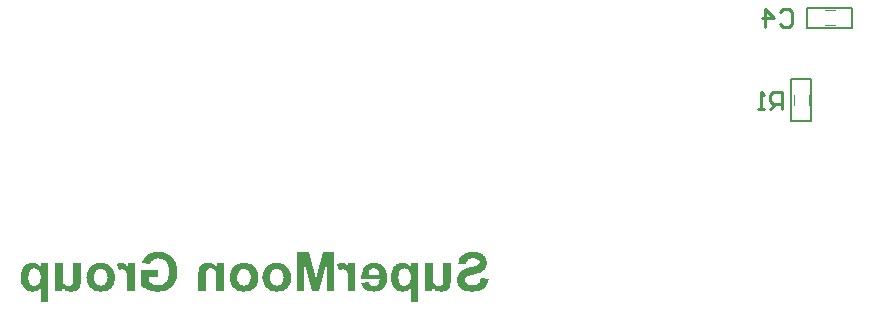
<source format=gbo>
%FSTAX23Y23*%
%MOIN*%
%SFA1B1*%

%IPPOS*%
%ADD12C,0.010000*%
%ADD16C,0.004000*%
%ADD17C,0.005000*%
%LNled_v2-1*%
%LPD*%
G36*
X03753Y026D02*
X03729D01*
Y027*
X03704Y026*
X03679*
X03654Y027*
X03654Y026*
X0363*
Y02728*
X03669*
X03692Y0264*
X03715Y02728*
X03753*
Y026*
G37*
G36*
X03174Y0273D02*
X03179Y02729D01*
X03182Y02728*
X03185Y02728*
X03187Y02727*
X03189Y02727*
X03191Y02726*
X03193Y02725*
X03194Y02725*
X03196Y02724*
X03196Y02724*
X03197Y02724*
X03197Y02724*
X03198*
X03203Y0272*
X03208Y02716*
X03212Y02712*
X03216Y02708*
X03219Y02705*
X0322Y02703*
X03221Y02702*
X03221Y02701*
X03222Y027*
X03222Y027*
X03222Y02699*
X03225Y02693*
X03227Y02687*
X03229Y02681*
X03229Y02676*
X0323Y02673*
X0323Y02671*
X0323Y02669*
Y02667*
X0323Y02666*
Y02665*
Y02664*
Y02664*
X0323Y02657*
X03229Y02651*
X03228Y02645*
X03228Y02642*
X03227Y0264*
X03226Y02638*
X03225Y02636*
X03225Y02634*
X03224Y02632*
X03224Y02631*
X03223Y0263*
X03223Y0263*
Y0263*
X0322Y02624*
X03216Y02619*
X03213Y02615*
X03209Y02612*
X03206Y02609*
X03204Y02608*
X03203Y02607*
X03202Y02607*
X03201Y02606*
X03201Y02606*
X03201Y02606*
X03198Y02604*
X03195Y02603*
X03189Y02601*
X03183Y02599*
X03178Y02598*
X03175Y02598*
X03173Y02598*
X03171Y02597*
X03169*
X03168Y02597*
X03166*
X0316Y02597*
X03154Y02598*
X03149Y02599*
X03144Y026*
X03142Y02601*
X0314Y02601*
X03138Y02602*
X03137Y02602*
X03136Y02602*
X03135Y02603*
X03135Y02603*
X03134*
X03129Y02605*
X03124Y02608*
X0312Y0261*
X03117Y02612*
X03114Y02614*
X03112Y02616*
X03111Y02616*
X03111Y02617*
Y02668*
X03166*
Y02647*
X03137*
Y0263*
X03139Y02628*
X03142Y02627*
X03144Y02626*
X03146Y02625*
X03148Y02624*
X0315Y02623*
X03151Y02623*
X03151Y02622*
X03154Y02621*
X03157Y02621*
X0316Y0262*
X03162Y0262*
X03164Y02619*
X03166Y02619*
X03167*
X0317Y02619*
X03173Y0262*
X03176Y0262*
X03178Y02621*
X03183Y02623*
X03187Y02625*
X03188Y02626*
X0319Y02627*
X03191Y02628*
X03192Y02629*
X03193Y0263*
X03193Y0263*
X03194Y0263*
X03194Y02631*
X03196Y02633*
X03197Y02635*
X03198Y02638*
X03199Y02641*
X03201Y02647*
X03203Y02652*
X03203Y02655*
X03203Y02657*
X03203Y02659*
X03204Y02661*
X03204Y02663*
Y02664*
Y02665*
Y02665*
X03204Y02669*
X03203Y02672*
X03203Y02676*
X03202Y02679*
X03201Y02682*
X03201Y02684*
X032Y02687*
X03199Y02689*
X03198Y02691*
X03197Y02692*
X03196Y02694*
X03196Y02695*
X03195Y02696*
X03194Y02696*
X03194Y02697*
X03194Y02697*
X03192Y02699*
X0319Y02701*
X03188Y02702*
X03186Y02703*
X03181Y02705*
X03177Y02707*
X03173Y02707*
X03171Y02708*
X0317Y02708*
X03169Y02708*
X03167*
X03163Y02708*
X03159Y02707*
X03156Y02706*
X03154Y02705*
X03151Y02704*
X0315Y02703*
X03149Y02703*
X03148Y02702*
X03146Y027*
X03144Y02698*
X03142Y02695*
X03141Y02693*
X03139Y02691*
X03139Y02689*
X03138Y02688*
X03138Y02688*
Y02688*
X03113Y02692*
X03113Y02696*
X03114Y02699*
X03117Y02704*
X03118Y02707*
X0312Y02709*
X03121Y02711*
X03123Y02713*
X03124Y02714*
X03125Y02716*
X03127Y02717*
X03128Y02718*
X03129Y02719*
X03129Y02719*
X0313Y0272*
X0313Y0272*
X03132Y02722*
X03135Y02723*
X03138Y02724*
X03141Y02726*
X03147Y02727*
X03153Y02729*
X03156Y02729*
X03159Y02729*
X03161Y0273*
X03163Y0273*
X03165Y0273*
X03167*
X03174Y0273*
G37*
G36*
X04142Y02633D02*
X04142Y02629D01*
X04141Y02625*
X04141Y02621*
X0414Y02618*
X0414Y02616*
X04139Y02614*
X04139Y02613*
X04139Y02613*
X04137Y0261*
X04135Y02608*
X04134Y02606*
X04132Y02604*
X0413Y02603*
X04129Y02602*
X04128Y02601*
X04128Y02601*
X04125Y026*
X04122Y02599*
X04119Y02598*
X04117Y02598*
X04114Y02597*
X04113Y02597*
X04111*
X04108Y02597*
X04104Y02598*
X04101Y02599*
X04099Y02599*
X04097Y026*
X04095Y02601*
X04094Y02601*
X04094Y02601*
X04091Y02603*
X04088Y02605*
X04086Y02607*
X04084Y02609*
X04082Y02611*
X04081Y02612*
X0408Y02613*
X0408Y02613*
Y026*
X04057*
Y02692*
X04082*
Y02653*
Y0265*
Y02646*
X04082Y02643*
X04082Y02641*
Y02638*
X04083Y02636*
X04083Y02634*
X04083Y02633*
X04083Y02632*
X04083Y02631*
X04084Y0263*
Y02629*
X04084Y02628*
Y02628*
X04085Y02626*
X04086Y02624*
X04087Y02623*
X04088Y02622*
X04089Y02621*
X0409Y0262*
X04091Y02619*
X04091Y02619*
X04093Y02618*
X04094Y02617*
X04096Y02617*
X04098Y02616*
X041Y02616*
X04101Y02616*
X04102*
X04104Y02616*
X04106Y02616*
X04107Y02617*
X04109Y02617*
X0411Y02618*
X0411Y02618*
X04111Y02618*
X04111Y02618*
X04112Y02619*
X04113Y02621*
X04115Y02623*
X04115Y02624*
X04116Y02625*
X04116Y02625*
Y02625*
X04116Y02626*
X04116Y02628*
X04117Y02629*
Y02631*
X04117Y02635*
Y02639*
X04117Y02643*
Y02645*
Y02646*
Y02648*
Y02649*
Y02649*
Y0265*
Y02692*
X04142*
Y02633*
G37*
G36*
X02908D02*
X02908Y02629D01*
X02908Y02625*
X02907Y02621*
X02907Y02618*
X02906Y02616*
X02905Y02614*
X02905Y02613*
X02905Y02613*
X02904Y0261*
X02902Y02608*
X029Y02606*
X02898Y02604*
X02897Y02603*
X02896Y02602*
X02895Y02601*
X02894Y02601*
X02891Y026*
X02888Y02599*
X02886Y02598*
X02883Y02598*
X02881Y02597*
X02879Y02597*
X02878*
X02874Y02597*
X02871Y02598*
X02868Y02599*
X02865Y02599*
X02863Y026*
X02862Y02601*
X02861Y02601*
X0286Y02601*
X02857Y02603*
X02855Y02605*
X02852Y02607*
X0285Y02609*
X02849Y02611*
X02848Y02612*
X02847Y02613*
X02847Y02613*
Y026*
X02824*
Y02692*
X02848*
Y02653*
Y0265*
Y02646*
X02849Y02643*
X02849Y02641*
Y02638*
X02849Y02636*
X02849Y02634*
X02849Y02633*
X0285Y02632*
X0285Y02631*
X0285Y0263*
Y02629*
X0285Y02628*
Y02628*
X02851Y02626*
X02852Y02624*
X02853Y02623*
X02855Y02622*
X02855Y02621*
X02856Y0262*
X02857Y02619*
X02857Y02619*
X02859Y02618*
X02861Y02617*
X02863Y02617*
X02865Y02616*
X02866Y02616*
X02867Y02616*
X02868*
X0287Y02616*
X02872Y02616*
X02874Y02617*
X02875Y02617*
X02876Y02618*
X02877Y02618*
X02877Y02618*
X02878Y02618*
X02879Y02619*
X0288Y02621*
X02881Y02623*
X02882Y02624*
X02882Y02625*
X02882Y02625*
Y02625*
X02883Y02626*
X02883Y02628*
X02883Y02629*
Y02631*
X02883Y02635*
Y02639*
X02884Y02643*
Y02645*
Y02646*
Y02648*
Y02649*
Y02649*
Y0265*
Y02692*
X02908*
Y02633*
G37*
G36*
X03891Y02694D02*
X03894Y02694D01*
X03897Y02693*
X039Y02692*
X03903Y02691*
X03905Y0269*
X03907Y02689*
X0391Y02688*
X03911Y02687*
X03913Y02685*
X03915Y02684*
X03916Y02683*
X03917Y02682*
X03917Y02682*
X03918Y02681*
X03918Y02681*
X0392Y02679*
X03922Y02676*
X03923Y02673*
X03925Y0267*
X03926Y02667*
X03927Y02664*
X03928Y02658*
X03929Y02656*
X03929Y02653*
X03929Y02651*
X0393Y02649*
X0393Y02647*
Y02646*
Y02645*
Y02645*
X0393Y02641*
X03929Y02638*
X03928Y02632*
X03928Y02629*
X03927Y02626*
X03926Y02624*
X03925Y02622*
X03925Y0262*
X03924Y02618*
X03923Y02616*
X03922Y02615*
X03922Y02614*
X03921Y02614*
X03921Y02613*
Y02613*
X03919Y0261*
X03916Y02608*
X03913Y02606*
X0391Y02604*
X03907Y02602*
X03904Y02601*
X03901Y026*
X03898Y02599*
X03896Y02599*
X03893Y02598*
X03891Y02598*
X03889Y02597*
X03887*
X03886Y02597*
X03885*
X03879Y02598*
X03875Y02598*
X0387Y02599*
X03867Y02601*
X03864Y02602*
X03862Y02603*
X03861Y02603*
X03861Y02604*
X0386Y02604*
X0386Y02604*
X0386*
X03856Y02607*
X03853Y0261*
X0385Y02614*
X03848Y02617*
X03847Y0262*
X03846Y02621*
X03845Y02623*
X03845Y02623*
X03845Y02624*
X03844Y02625*
Y02625*
X03869Y02629*
X0387Y02626*
X03871Y02624*
X03872Y02623*
X03873Y02621*
X03874Y0262*
X03874Y02619*
X03875Y02619*
X03875Y02619*
X03877Y02618*
X03878Y02617*
X0388Y02616*
X03881Y02616*
X03883Y02616*
X03884Y02616*
X03885*
X03888Y02616*
X0389Y02616*
X03893Y02617*
X03895Y02619*
X03897Y0262*
X03898Y02621*
X03899Y02621*
X03899Y02622*
X03901Y02624*
X03902Y02627*
X03903Y0263*
X03904Y02633*
X03904Y02635*
X03904Y02637*
X03905Y02638*
Y02638*
Y02639*
Y02639*
X03843*
Y02644*
X03844Y02649*
X03844Y02653*
X03845Y02657*
X03846Y02661*
X03847Y02664*
X03848Y02667*
X03849Y0267*
X0385Y02673*
X03851Y02675*
X03852Y02676*
X03853Y02678*
X03853Y02679*
X03854Y0268*
X03854Y0268*
X03855Y02681*
X03857Y02683*
X0386Y02685*
X03862Y02687*
X03865Y02689*
X03868Y0269*
X0387Y02691*
X03873Y02692*
X03876Y02693*
X03878Y02693*
X0388Y02694*
X03882Y02694*
X03884Y02694*
X03885Y02694*
X03887*
X03891Y02694*
G37*
G36*
X03782D02*
X03784Y02694D01*
X03786Y02693*
X03788Y02693*
X03789Y02692*
X0379Y02692*
X03791Y02692*
X03791Y02691*
X03793Y0269*
X03794Y02688*
X03796Y02686*
X03798Y02684*
X03799Y02682*
X038Y02681*
X03801Y0268*
X03801Y02679*
Y02692*
X03824*
Y026*
X038*
Y02628*
Y02632*
Y02636*
X03799Y0264*
X03799Y02643*
Y02646*
X03799Y02648*
X03799Y0265*
X03799Y02652*
X03798Y02654*
X03798Y02656*
X03798Y02657*
Y02658*
X03798Y02658*
X03798Y02659*
Y02659*
X03797Y02662*
X03796Y02664*
X03795Y02666*
X03794Y02667*
X03793Y02668*
X03793Y02669*
X03792Y02669*
X03792Y02669*
X03791Y0267*
X03789Y02671*
X03787Y02672*
X03786Y02672*
X03785Y02672*
X03784Y02672*
X03783*
X03781Y02672*
X03779Y02672*
X03777Y02671*
X03775Y0267*
X03774Y0267*
X03772Y02669*
X03772Y02668*
X03771Y02668*
X03764Y0269*
X03767Y02691*
X0377Y02692*
X03773Y02693*
X03775Y02694*
X03777Y02694*
X03779Y02694*
X0378*
X03782Y02694*
G37*
G36*
X03336D02*
X03339Y02694D01*
X03342Y02693*
X03345Y02692*
X03348Y02691*
X0335Y0269*
X03352Y02688*
X03354Y02687*
X03356Y02685*
X03358Y02684*
X0336Y02683*
X03361Y02681*
X03362Y0268*
X03362Y02679*
X03363Y02679*
X03363Y02679*
Y02692*
X03386*
Y026*
X03361*
Y02641*
Y02644*
Y02647*
X03361Y02649*
Y02651*
X03361Y02653*
X03361Y02655*
X0336Y02657*
X0336Y02658*
X0336Y0266*
X0336Y02662*
X03359Y02663*
Y02663*
X03359Y02665*
X03357Y02667*
X03356Y02668*
X03355Y0267*
X03354Y02671*
X03353Y02672*
X03353Y02672*
X03353Y02672*
X03351Y02673*
X03349Y02674*
X03347Y02675*
X03345Y02675*
X03343Y02675*
X03342Y02676*
X03341*
X03339Y02675*
X03338Y02675*
X03336Y02675*
X03335Y02674*
X03334Y02674*
X03333Y02674*
X03333Y02673*
X03333Y02673*
X0333Y02671*
X03329Y02669*
X03328Y02668*
X03328Y02667*
X03328Y02666*
Y02666*
X03327Y02665*
X03327Y02664*
X03327Y02661*
X03326Y02658*
X03326Y02655*
X03326Y02652*
Y0265*
Y02649*
Y02648*
Y02647*
Y02647*
Y02647*
Y026*
X03301*
Y02657*
Y02661*
X03301Y02664*
X03302Y02667*
X03302Y02669*
X03302Y02671*
X03302Y02673*
X03303Y02673*
Y02674*
X03303Y02676*
X03304Y02678*
X03305Y02679*
X03305Y02681*
X03306Y02682*
X03307Y02683*
X03307Y02684*
X03307Y02684*
X03309Y02686*
X03311Y02687*
X03312Y02688*
X03314Y0269*
X03315Y0269*
X03316Y02691*
X03317Y02691*
X03318Y02691*
X0332Y02692*
X03323Y02693*
X03325Y02694*
X03328Y02694*
X03329Y02694*
X03331Y02694*
X03332*
X03336Y02694*
G37*
G36*
X03046D02*
X03048Y02694D01*
X0305Y02693*
X03052Y02693*
X03053Y02692*
X03054Y02692*
X03054Y02692*
X03055Y02691*
X03056Y0269*
X03058Y02688*
X0306Y02686*
X03062Y02684*
X03063Y02682*
X03064Y02681*
X03065Y0268*
X03065Y02679*
Y02692*
X03088*
Y026*
X03063*
Y02628*
Y02632*
Y02636*
X03063Y0264*
X03063Y02643*
Y02646*
X03063Y02648*
X03063Y0265*
X03063Y02652*
X03062Y02654*
X03062Y02656*
X03062Y02657*
Y02658*
X03062Y02658*
X03062Y02659*
Y02659*
X03061Y02662*
X0306Y02664*
X03059Y02666*
X03058Y02667*
X03057Y02668*
X03056Y02669*
X03056Y02669*
X03056Y02669*
X03054Y0267*
X03053Y02671*
X03051Y02672*
X0305Y02672*
X03049Y02672*
X03048Y02672*
X03047*
X03045Y02672*
X03043Y02672*
X03041Y02671*
X03039Y0267*
X03038Y0267*
X03036Y02669*
X03036Y02668*
X03035Y02668*
X03028Y0269*
X03031Y02691*
X03034Y02692*
X03037Y02693*
X03039Y02694*
X03041Y02694*
X03043Y02694*
X03044*
X03046Y02694*
G37*
G36*
X04221Y0273D02*
X04226Y02729D01*
X04231Y02729*
X04234Y02728*
X04237Y02727*
X04238Y02726*
X04239Y02726*
X0424Y02726*
X04241Y02726*
X04241Y02725*
X04241*
X04245Y02724*
X04248Y02722*
X04251Y02719*
X04253Y02717*
X04255Y02715*
X04256Y02714*
X04257Y02713*
X04257Y02713*
Y02712*
X04259Y02709*
X0426Y02706*
X04261Y02703*
X04262Y027*
X04262Y02698*
X04263Y02696*
Y02695*
Y02694*
Y02694*
Y02694*
X04262Y02691*
X04262Y02689*
X04261Y02686*
X04261Y02684*
X04259Y02679*
X04257Y02675*
X04256Y02674*
X04255Y02672*
X04254Y02671*
X04253Y0267*
X04252Y02669*
X04251Y02669*
X04251Y02668*
X04251Y02668*
X04249Y02667*
X04247Y02666*
X04243Y02663*
X04238Y02661*
X04233Y02659*
X04229Y02658*
X04227Y02657*
X04225Y02657*
X04224Y02656*
X04223Y02656*
X04222Y02656*
X04222*
X04219Y02655*
X04216Y02654*
X04214Y02654*
X04212Y02653*
X0421Y02652*
X04208Y02652*
X04207Y02652*
X04206Y02651*
X04204Y02651*
X04202Y0265*
X04201Y0265*
X04201*
X04199Y02649*
X04197Y02648*
X04195Y02647*
X04194Y02646*
X04193Y02645*
X04193Y02645*
X04192Y02644*
X04192Y02644*
X04191Y02643*
X0419Y02642*
X0419Y02639*
X04189Y02638*
X04189Y02637*
Y02637*
Y02637*
X04189Y02634*
X0419Y02632*
X04191Y0263*
X04192Y02628*
X04194Y02626*
X04195Y02625*
X04195Y02625*
X04196Y02624*
X04198Y02623*
X04201Y02621*
X04204Y0262*
X04207Y0262*
X0421Y02619*
X04212Y02619*
X04214*
X04219Y02619*
X04222Y0262*
X04226Y02621*
X04228Y02622*
X0423Y02623*
X04232Y02624*
X04233Y02625*
X04233Y02625*
X04236Y02627*
X04238Y0263*
X04239Y02633*
X0424Y02636*
X04241Y02639*
X04242Y02641*
X04242Y02642*
Y02643*
X04242Y02643*
Y02644*
X04268Y02641*
X04267Y02637*
X04266Y02633*
X04265Y0263*
X04264Y02627*
X04263Y02624*
X04262Y02621*
X0426Y02619*
X04259Y02616*
X04258Y02615*
X04256Y02613*
X04255Y02612*
X04254Y0261*
X04253Y02609*
X04253Y02609*
X04252Y02608*
X04252Y02608*
X0425Y02606*
X04247Y02605*
X04244Y02603*
X04241Y02602*
X04238Y02601*
X04234Y026*
X04228Y02599*
X04226Y02598*
X04223Y02598*
X04221Y02598*
X04219Y02597*
X04217Y02597*
X04215*
X04209Y02597*
X04203Y02598*
X04199Y02599*
X04194Y026*
X04193Y026*
X04191Y026*
X0419Y02601*
X04189Y02601*
X04188Y02601*
X04187Y02601*
X04187Y02602*
X04187*
X04183Y02604*
X04179Y02606*
X04176Y02608*
X04174Y02611*
X04172Y02613*
X04171Y02614*
X0417Y02616*
X04169Y02616*
Y02616*
X04167Y0262*
X04166Y02623*
X04165Y02627*
X04164Y0263*
X04164Y02633*
X04163Y02635*
Y02636*
Y02636*
Y02637*
Y02637*
X04163Y02641*
X04164Y02645*
X04165Y02649*
X04166Y02651*
X04167Y02654*
X04168Y02656*
X04168Y02657*
X04168Y02657*
X04171Y0266*
X04173Y02663*
X04175Y02665*
X04177Y02667*
X04179Y02668*
X04181Y02669*
X04182Y0267*
X04182Y0267*
X04183*
X04184Y02671*
X04186Y02672*
X04191Y02674*
X04195Y02675*
X042Y02677*
X04204Y02678*
X04206Y02678*
X04207Y02679*
X04209Y02679*
X0421Y02679*
X0421Y02679*
X0421*
X04214Y0268*
X04217Y02681*
X0422Y02682*
X04222Y02683*
X04224Y02683*
X04226Y02684*
X04228Y02685*
X04229Y02685*
X04231Y02686*
X04232Y02686*
X04233Y02687*
X04234Y02688*
X04234Y02688*
X04235Y02689*
X04236Y02691*
X04237Y02692*
X04237Y02693*
X04238Y02694*
X04238Y02695*
Y02696*
Y02696*
X04238Y02698*
X04237Y02699*
X04237Y027*
X04236Y02702*
X04235Y02703*
X04234Y02703*
X04234Y02704*
X04234Y02704*
X04231Y02705*
X04228Y02707*
X04226Y02707*
X04223Y02708*
X0422Y02708*
X04218Y02708*
X04216*
X04212Y02708*
X04209Y02708*
X04206Y02707*
X04204Y02706*
X04202Y02705*
X04201Y02705*
X042Y02704*
X042Y02704*
X04198Y02702*
X04197Y027*
X04195Y02698*
X04194Y02695*
X04194Y02693*
X04193Y02691*
X04193Y0269*
Y0269*
Y0269*
X04167Y02691*
X04167Y02694*
X04168Y02697*
X04168Y027*
X04169Y02703*
X04171Y02708*
X04172Y0271*
X04174Y02712*
X04175Y02713*
X04176Y02715*
X04177Y02716*
X04178Y02717*
X04179Y02718*
X04179Y02719*
X0418Y02719*
X0418Y02719*
X04182Y02721*
X04185Y02723*
X04188Y02724*
X04191Y02725*
X04197Y02727*
X04202Y02729*
X04205Y02729*
X04208Y02729*
X0421Y0273*
X04212Y0273*
X04214Y0273*
X04216*
X04221Y0273*
G37*
G36*
X03567Y02694D02*
X03572Y02693D01*
X03576Y02692*
X0358Y02691*
X03583Y0269*
X03584Y0269*
X03585Y02689*
X03586Y02689*
X03586Y02689*
X03587Y02688*
X03587*
X03591Y02686*
X03594Y02683*
X03597Y0268*
X03599Y02677*
X03601Y02675*
X03603Y02673*
X03603Y02672*
X03604Y02671*
X03604Y02671*
Y02671*
X03606Y02666*
X03607Y02662*
X03608Y02658*
X03609Y02655*
X03609Y02651*
X0361Y0265*
Y02649*
X0361Y02648*
Y02648*
Y02647*
Y02647*
X0361Y02641*
X03609Y02636*
X03608Y02631*
X03607Y02627*
X03606Y02626*
X03606Y02624*
X03605Y02623*
X03605Y02622*
X03604Y02621*
X03604Y0262*
X03604Y0262*
Y0262*
X03601Y02616*
X03599Y02612*
X03596Y02609*
X03593Y02607*
X0359Y02605*
X03588Y02604*
X03587Y02603*
X03587Y02603*
X03586Y02603*
X03586*
X03582Y02601*
X03578Y026*
X03574Y02599*
X0357Y02598*
X03567Y02598*
X03565Y02597*
X03564Y02597*
X03562*
X03558Y02597*
X03555Y02598*
X03551Y02599*
X03548Y02599*
X03545Y026*
X03542Y02601*
X0354Y02603*
X03537Y02604*
X03535Y02605*
X03533Y02607*
X03532Y02608*
X0353Y02609*
X03529Y0261*
X03528Y0261*
X03528Y02611*
X03528Y02611*
X03526Y02614*
X03523Y02616*
X03522Y02619*
X0352Y02622*
X03519Y02625*
X03518Y02628*
X03517Y02631*
X03516Y02634*
X03515Y02636*
X03515Y02639*
X03515Y02641*
X03514Y02642*
X03514Y02644*
Y02645*
Y02646*
Y02646*
X03514Y0265*
X03515Y02653*
X03515Y02657*
X03516Y0266*
X03517Y02663*
X03519Y02666*
X0352Y02669*
X03521Y02671*
X03522Y02673*
X03523Y02675*
X03525Y02677*
X03526Y02678*
X03527Y02679*
X03527Y0268*
X03528Y0268*
X03528Y02681*
X0353Y02683*
X03533Y02685*
X03536Y02687*
X03539Y02689*
X03542Y0269*
X03545Y02691*
X03547Y02692*
X0355Y02693*
X03553Y02693*
X03555Y02694*
X03557Y02694*
X03559Y02694*
X0356Y02694*
X03562*
X03567Y02694*
G37*
G36*
X03458D02*
X03462Y02693D01*
X03467Y02692*
X0347Y02691*
X03473Y0269*
X03475Y0269*
X03476Y02689*
X03476Y02689*
X03477Y02689*
X03477Y02688*
X03478*
X03481Y02686*
X03485Y02683*
X03488Y0268*
X0349Y02677*
X03492Y02675*
X03493Y02673*
X03494Y02672*
X03494Y02671*
X03495Y02671*
Y02671*
X03496Y02666*
X03498Y02662*
X03499Y02658*
X035Y02655*
X035Y02651*
X035Y0265*
Y02649*
X035Y02648*
Y02648*
Y02647*
Y02647*
X035Y02641*
X03499Y02636*
X03498Y02631*
X03497Y02627*
X03497Y02626*
X03496Y02624*
X03496Y02623*
X03495Y02622*
X03495Y02621*
X03495Y0262*
X03495Y0262*
Y0262*
X03492Y02616*
X03489Y02612*
X03486Y02609*
X03483Y02607*
X03481Y02605*
X03479Y02604*
X03478Y02603*
X03478Y02603*
X03477Y02603*
X03477*
X03473Y02601*
X03468Y026*
X03464Y02599*
X03461Y02598*
X03457Y02598*
X03456Y02597*
X03455Y02597*
X03453*
X03449Y02597*
X03445Y02598*
X03442Y02599*
X03439Y02599*
X03436Y026*
X03433Y02601*
X0343Y02603*
X03428Y02604*
X03426Y02605*
X03424Y02607*
X03422Y02608*
X03421Y02609*
X0342Y0261*
X03419Y0261*
X03419Y02611*
X03419Y02611*
X03416Y02614*
X03414Y02616*
X03412Y02619*
X03411Y02622*
X03409Y02625*
X03408Y02628*
X03407Y02631*
X03407Y02634*
X03406Y02636*
X03406Y02639*
X03405Y02641*
X03405Y02642*
X03405Y02644*
Y02645*
Y02646*
Y02646*
X03405Y0265*
X03405Y02653*
X03406Y02657*
X03407Y0266*
X03408Y02663*
X03409Y02666*
X0341Y02669*
X03412Y02671*
X03413Y02673*
X03414Y02675*
X03415Y02677*
X03416Y02678*
X03417Y02679*
X03418Y0268*
X03418Y0268*
X03418Y02681*
X03421Y02683*
X03424Y02685*
X03427Y02687*
X03429Y02689*
X03432Y0269*
X03435Y02691*
X03438Y02692*
X03441Y02693*
X03443Y02693*
X03445Y02694*
X03447Y02694*
X03449Y02694*
X03451Y02694*
X03453*
X03458Y02694*
G37*
G36*
X0298D02*
X02985Y02693D01*
X02989Y02692*
X02993Y02691*
X02996Y0269*
X02997Y0269*
X02998Y02689*
X02999Y02689*
X02999Y02689*
X03Y02688*
X03*
X03004Y02686*
X03007Y02683*
X0301Y0268*
X03013Y02677*
X03014Y02675*
X03016Y02673*
X03016Y02672*
X03017Y02671*
X03017Y02671*
Y02671*
X03019Y02666*
X0302Y02662*
X03021Y02658*
X03022Y02655*
X03022Y02651*
X03023Y0265*
Y02649*
X03023Y02648*
Y02648*
Y02647*
Y02647*
X03023Y02641*
X03022Y02636*
X03021Y02631*
X0302Y02627*
X03019Y02626*
X03019Y02624*
X03018Y02623*
X03018Y02622*
X03018Y02621*
X03017Y0262*
X03017Y0262*
Y0262*
X03014Y02616*
X03012Y02612*
X03009Y02609*
X03006Y02607*
X03003Y02605*
X03001Y02604*
X03001Y02603*
X03Y02603*
X03Y02603*
X02999*
X02995Y02601*
X02991Y026*
X02987Y02599*
X02983Y02598*
X0298Y02598*
X02979Y02597*
X02977Y02597*
X02975*
X02971Y02597*
X02968Y02598*
X02964Y02599*
X02961Y02599*
X02958Y026*
X02955Y02601*
X02953Y02603*
X0295Y02604*
X02948Y02605*
X02946Y02607*
X02945Y02608*
X02943Y02609*
X02942Y0261*
X02942Y0261*
X02941Y02611*
X02941Y02611*
X02939Y02614*
X02937Y02616*
X02935Y02619*
X02933Y02622*
X02932Y02625*
X02931Y02628*
X0293Y02631*
X02929Y02634*
X02929Y02636*
X02928Y02639*
X02928Y02641*
X02928Y02642*
X02927Y02644*
Y02645*
Y02646*
Y02646*
X02928Y0265*
X02928Y02653*
X02929Y02657*
X0293Y0266*
X0293Y02663*
X02932Y02666*
X02933Y02669*
X02934Y02671*
X02935Y02673*
X02937Y02675*
X02938Y02677*
X02939Y02678*
X0294Y02679*
X0294Y0268*
X02941Y0268*
X02941Y02681*
X02943Y02683*
X02946Y02685*
X02949Y02687*
X02952Y02689*
X02955Y0269*
X02958Y02691*
X0296Y02692*
X02963Y02693*
X02966Y02693*
X02968Y02694*
X0297Y02694*
X02972Y02694*
X02973Y02694*
X02975*
X0298Y02694*
G37*
G36*
X03984D02*
X03988Y02694D01*
X03991Y02693*
X03993Y02692*
X03995Y02691*
X03997Y02691*
X03998Y0269*
X03998Y0269*
X04001Y02688*
X04003Y02686*
X04005Y02684*
X04007Y02683*
X04008Y02681*
X04009Y0268*
X0401Y02679*
X0401Y02679*
Y02692*
X04033*
Y02564*
X04008*
Y02611*
X04006Y02608*
X04003Y02606*
X04001Y02604*
X03999Y02603*
X03997Y02601*
X03996Y02601*
X03995Y026*
X03995Y026*
X03993Y02599*
X0399Y02598*
X03988Y02598*
X03986Y02598*
X03984Y02597*
X03983Y02597*
X03981*
X03978Y02597*
X03975Y02598*
X03973Y02598*
X0397Y02599*
X03965Y02601*
X03961Y02604*
X0396Y02605*
X03958Y02606*
X03957Y02607*
X03956Y02608*
X03955Y02609*
X03954Y02609*
X03954Y0261*
X03954Y0261*
X03952Y02613*
X0395Y02615*
X03948Y02618*
X03947Y02621*
X03946Y02624*
X03945Y02627*
X03944Y02633*
X03943Y02636*
X03943Y02638*
X03943Y0264*
X03942Y02642*
X03942Y02644*
Y02645*
Y02646*
Y02646*
X03942Y0265*
X03943Y02654*
X03943Y02658*
X03944Y02661*
X03945Y02664*
X03946Y02667*
X03947Y0267*
X03948Y02672*
X03949Y02674*
X0395Y02676*
X03951Y02678*
X03952Y02679*
X03952Y0268*
X03953Y02681*
X03953Y02681*
X03953Y02682*
X03956Y02684*
X03958Y02686*
X0396Y02688*
X03962Y02689*
X03965Y0269*
X03967Y02691*
X03971Y02693*
X03975Y02694*
X03977Y02694*
X03978Y02694*
X03979Y02694*
X03981*
X03984Y02694*
G37*
G36*
X02751D02*
X02754Y02694D01*
X02757Y02693*
X02759Y02692*
X02762Y02691*
X02763Y02691*
X02764Y0269*
X02764Y0269*
X02767Y02688*
X0277Y02686*
X02772Y02684*
X02773Y02683*
X02775Y02681*
X02776Y0268*
X02776Y02679*
X02776Y02679*
Y02692*
X02799*
Y02564*
X02775*
Y02611*
X02772Y02608*
X0277Y02606*
X02767Y02604*
X02765Y02603*
X02764Y02601*
X02763Y02601*
X02762Y026*
X02762Y026*
X02759Y02599*
X02757Y02598*
X02754Y02598*
X02752Y02598*
X0275Y02597*
X02749Y02597*
X02748*
X02745Y02597*
X02742Y02598*
X02739Y02598*
X02737Y02599*
X02732Y02601*
X02728Y02604*
X02726Y02605*
X02725Y02606*
X02723Y02607*
X02722Y02608*
X02721Y02609*
X02721Y02609*
X0272Y0261*
X0272Y0261*
X02718Y02613*
X02716Y02615*
X02715Y02618*
X02714Y02621*
X02712Y02624*
X02711Y02627*
X0271Y02633*
X0271Y02636*
X02709Y02638*
X02709Y0264*
X02709Y02642*
X02709Y02644*
Y02645*
Y02646*
Y02646*
X02709Y0265*
X02709Y02654*
X0271Y02658*
X0271Y02661*
X02711Y02664*
X02712Y02667*
X02713Y0267*
X02714Y02672*
X02715Y02674*
X02716Y02676*
X02717Y02678*
X02718Y02679*
X02719Y0268*
X02719Y02681*
X0272Y02681*
X0272Y02682*
X02722Y02684*
X02724Y02686*
X02727Y02688*
X02729Y02689*
X02731Y0269*
X02734Y02691*
X02738Y02693*
X02742Y02694*
X02743Y02694*
X02745Y02694*
X02746Y02694*
X02747*
X02751Y02694*
G37*
%LNled_v2-2*%
%LPC*%
G36*
X03887Y02676D02*
X03886D01*
X03883Y02675*
X03881Y02675*
X03878Y02674*
X03877Y02673*
X03875Y02672*
X03874Y02671*
X03873Y0267*
X03873Y0267*
X03871Y02668*
X0387Y02665*
X03869Y02662*
X03868Y0266*
X03868Y02658*
X03868Y02656*
X03868Y02655*
Y02654*
Y02654*
Y02654*
X03904*
X03904Y02657*
X03903Y0266*
X03903Y02663*
X03902Y02666*
X03901Y02667*
X039Y02669*
X03899Y02669*
X03899Y0267*
X03897Y02672*
X03895Y02673*
X03893Y02674*
X03891Y02675*
X03889Y02675*
X03887Y02676*
G37*
G36*
X03562Y02674D02*
X03562D01*
X03559Y02674*
X03555Y02673*
X03553Y02672*
X03551Y02671*
X03549Y02669*
X03547Y02668*
X03546Y02667*
X03546Y02667*
X03544Y02664*
X03542Y0266*
X03541Y02657*
X0354Y02654*
X0354Y0265*
X0354Y02649*
X03539Y02648*
Y02647*
Y02646*
Y02646*
Y02646*
X0354Y02641*
X0354Y02637*
X03542Y02633*
X03543Y0263*
X03544Y02628*
X03545Y02626*
X03546Y02625*
X03546Y02625*
X03549Y02622*
X03551Y0262*
X03554Y02619*
X03556Y02618*
X03559Y02618*
X03561Y02617*
X03562Y02617*
X03562*
X03566Y02618*
X03569Y02618*
X03571Y0262*
X03574Y02621*
X03576Y02622*
X03577Y02623*
X03578Y02624*
X03578Y02625*
X0358Y02628*
X03582Y02631*
X03583Y02634*
X03584Y02638*
X03584Y02641*
X03584Y02642*
Y02643*
X03585Y02644*
Y02645*
Y02646*
Y02646*
X03584Y02651*
X03584Y02655*
X03583Y02658*
X03581Y02661*
X0358Y02664*
X03579Y02666*
X03578Y02666*
X03578Y02667*
X03576Y02669*
X03573Y02671*
X0357Y02673*
X03568Y02673*
X03565Y02674*
X03564Y02674*
X03562Y02674*
G37*
G36*
X03453D02*
X03453D01*
X03449Y02674*
X03446Y02673*
X03443Y02672*
X03441Y02671*
X03439Y02669*
X03438Y02668*
X03437Y02667*
X03437Y02667*
X03435Y02664*
X03433Y0266*
X03432Y02657*
X03431Y02654*
X0343Y0265*
X0343Y02649*
X0343Y02648*
Y02647*
Y02646*
Y02646*
Y02646*
X0343Y02641*
X03431Y02637*
X03432Y02633*
X03433Y0263*
X03435Y02628*
X03436Y02626*
X03437Y02625*
X03437Y02625*
X03439Y02622*
X03442Y0262*
X03445Y02619*
X03447Y02618*
X03449Y02618*
X03451Y02617*
X03452Y02617*
X03453*
X03456Y02618*
X03459Y02618*
X03462Y0262*
X03464Y02621*
X03466Y02622*
X03468Y02623*
X03468Y02624*
X03469Y02625*
X03471Y02628*
X03472Y02631*
X03474Y02634*
X03474Y02638*
X03475Y02641*
X03475Y02642*
Y02643*
X03475Y02644*
Y02645*
Y02646*
Y02646*
X03475Y02651*
X03474Y02655*
X03473Y02658*
X03472Y02661*
X03471Y02664*
X0347Y02666*
X03469Y02666*
X03469Y02667*
X03466Y02669*
X03463Y02671*
X03461Y02673*
X03458Y02673*
X03456Y02674*
X03454Y02674*
X03453Y02674*
G37*
G36*
X02976D02*
X02975D01*
X02972Y02674*
X02969Y02673*
X02966Y02672*
X02964Y02671*
X02962Y02669*
X0296Y02668*
X02959Y02667*
X02959Y02667*
X02957Y02664*
X02955Y0266*
X02954Y02657*
X02953Y02654*
X02953Y0265*
X02953Y02649*
X02953Y02648*
Y02647*
Y02646*
Y02646*
Y02646*
X02953Y02641*
X02954Y02637*
X02955Y02633*
X02956Y0263*
X02957Y02628*
X02958Y02626*
X02959Y02625*
X02959Y02625*
X02962Y02622*
X02964Y0262*
X02967Y02619*
X0297Y02618*
X02972Y02618*
X02974Y02617*
X02975Y02617*
X02975*
X02979Y02618*
X02982Y02618*
X02984Y0262*
X02987Y02621*
X02989Y02622*
X0299Y02623*
X02991Y02624*
X02991Y02625*
X02993Y02628*
X02995Y02631*
X02996Y02634*
X02997Y02638*
X02997Y02641*
X02997Y02642*
Y02643*
X02998Y02644*
Y02645*
Y02646*
Y02646*
X02997Y02651*
X02997Y02655*
X02996Y02658*
X02994Y02661*
X02993Y02664*
X02992Y02666*
X02991Y02666*
X02991Y02667*
X02989Y02669*
X02986Y02671*
X02983Y02673*
X02981Y02673*
X02979Y02674*
X02977Y02674*
X02976Y02674*
G37*
G36*
X03988Y02675D02*
X03988D01*
X03985Y02675*
X03982Y02674*
X03979Y02673*
X03977Y02672*
X03976Y0267*
X03974Y02669*
X03973Y02668*
X03973Y02668*
X03971Y02665*
X0397Y02662*
X03969Y02658*
X03968Y02654*
X03968Y02651*
X03968Y0265*
X03967Y02649*
Y02648*
Y02647*
Y02646*
Y02646*
Y02643*
X03968Y02641*
X03968Y02638*
X03968Y02636*
X03969Y02634*
X03969Y02632*
X0397Y02629*
X03971Y02626*
X03972Y02625*
X03973Y02624*
X03973Y02624*
X03975Y02621*
X03978Y0262*
X0398Y02618*
X03982Y02617*
X03984Y02617*
X03986Y02617*
X03987Y02617*
X03987*
X03991Y02617*
X03993Y02618*
X03996Y02619*
X03998Y0262*
X04Y02622*
X04001Y02623*
X04002Y02624*
X04002Y02624*
X04003Y02626*
X04004Y02627*
X04006Y02631*
X04007Y02635*
X04008Y02639*
X04008Y02642*
X04008Y02643*
Y02645*
X04009Y02646*
Y02647*
Y02647*
Y02647*
X04008Y02652*
X04008Y02656*
X04007Y0266*
X04006Y02663*
X04004Y02665*
X04004Y02667*
X04003Y02668*
X04003Y02668*
X04Y0267*
X03998Y02672*
X03995Y02673*
X03993Y02674*
X03991Y02675*
X03989Y02675*
X03988Y02675*
G37*
G36*
X02755D02*
X02754D01*
X02751Y02675*
X02748Y02674*
X02746Y02673*
X02744Y02672*
X02742Y0267*
X02741Y02669*
X0274Y02668*
X0274Y02668*
X02738Y02665*
X02736Y02662*
X02735Y02658*
X02735Y02654*
X02734Y02651*
X02734Y0265*
X02734Y02649*
Y02648*
Y02647*
Y02646*
Y02646*
Y02643*
X02734Y02641*
X02734Y02638*
X02735Y02636*
X02735Y02634*
X02736Y02632*
X02737Y02629*
X02738Y02626*
X02739Y02625*
X02739Y02624*
X0274Y02624*
X02742Y02621*
X02744Y0262*
X02747Y02618*
X02749Y02617*
X02751Y02617*
X02752Y02617*
X02753Y02617*
X02754*
X02757Y02617*
X0276Y02618*
X02763Y02619*
X02765Y0262*
X02766Y02622*
X02768Y02623*
X02769Y02624*
X02769Y02624*
X0277Y02626*
X02771Y02627*
X02772Y02631*
X02773Y02635*
X02774Y02639*
X02775Y02642*
X02775Y02643*
Y02645*
X02775Y02646*
Y02647*
Y02647*
Y02647*
X02775Y02652*
X02774Y02656*
X02773Y0266*
X02772Y02663*
X02771Y02665*
X0277Y02667*
X02769Y02668*
X02769Y02668*
X02767Y0267*
X02764Y02672*
X02762Y02673*
X0276Y02674*
X02757Y02675*
X02756Y02675*
X02755Y02675*
G37*
%LNled_v2-3*%
%LPD*%
G54D12*
X05245Y03205D02*
Y03264D01*
X05215*
X05205Y03254*
Y03234*
X05215Y03224*
X05245*
X05225D02*
X05205Y03205D01*
X05185D02*
X05165D01*
X05175*
Y03264*
X05185Y03254*
X0524Y03529D02*
X0525Y03539D01*
X0527*
X0528Y03529*
Y0349*
X0527Y0348*
X0525*
X0524Y0349*
X0519Y0348D02*
Y03539D01*
X0522Y03509*
X0518*
G54D16*
X05388Y03535D02*
X05422D01*
X05388Y03485D02*
X05422D01*
X05285Y03218D02*
Y03252D01*
X05335Y03218D02*
Y03252D01*
G54D17*
X05328Y03477D02*
Y03544D01*
Y03477D02*
X05481D01*
Y03544*
X05328D02*
X05481D01*
X05344Y03165D02*
Y03305D01*
X05277Y03165D02*
X05344D01*
X05277D02*
Y03305D01*
X05344*
M02*
</source>
